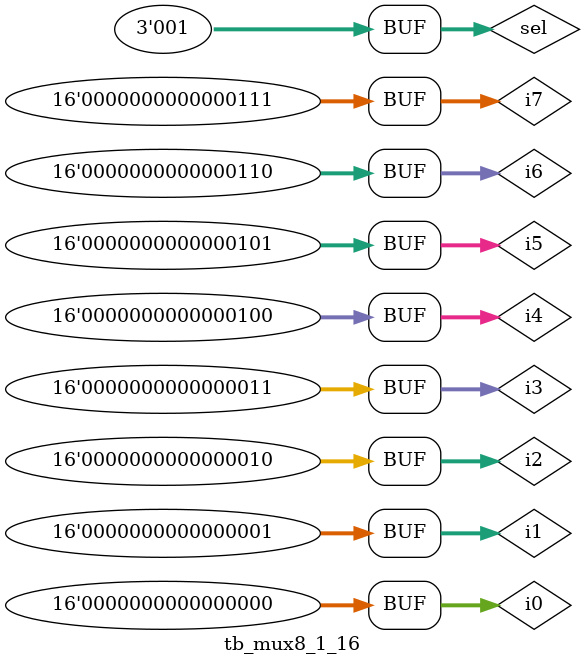
<source format=v>
`timescale 1ns / 1ps

module mux8_1_16(
		output reg [15:0] o,
		input[15:0] i0, i1, i2, i3, i4, i5, i6, i7,
		input[2:0] sel);
	//reg[15:0] o;
	
	always @ (i0 or i1 or i2 or i3 or i4 or i5 or i6 or i7 or sel)
	case(sel)
		0: o= i0;
		1: o= i1;
		2: o= i2;
		3: o= i3;
		4: o= i4;
		5: o= i5;
		6: o= i6;
		7: o= i7;
	endcase

endmodule

module tb_mux8_1_16;
	reg[15:0] i0, i1, i2, i3, i4, i5, i6, i7;
	reg[2:0] sel;
	wire[15:0] o;
	
	mux8_1_16 m(o, i0, i1, i2, i3, i4, i5, i6, i7, sel);
	
	initial
	begin
		i0=0; i1=1; i2=2; i3=3; i4=4; i5 = 5; i6=6; i7=7;
		#10 sel=0;
		#10 sel=1;
		#10 sel=2;
		#10 sel=3;
		#10 sel=4;
		#10 sel=5;
		#10 sel=6;
		#10 sel=7;
		#10 sel=6;
		#10 sel=1;
	end
endmodule

</source>
